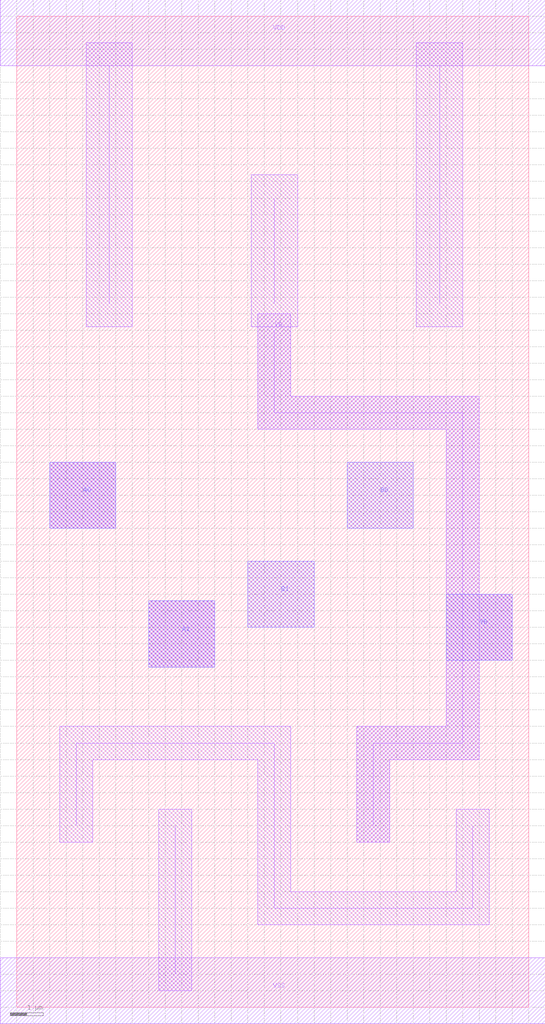
<source format=lef>
VERSION 5.5 ;
NAMESCASESENSITIVE ON ;
BUSBITCHARS "[]" ;
DIVIDERCHAR "/" ;

MACRO na222
  CLASS CORE ;
  SOURCE USER ;
  ORIGIN 0 0 ;
  SIZE 15.500 BY 30.000 ;
  SYMMETRY X Y ;
  SITE unit ;
 
  PIN A0
    USE SIGNAL ;
    PORT
      LAYER ML2 ;
        POLYGON 1.000 14.500  1.000 16.500  3.000 16.500  3.000 14.500  1.000 
        14.500  ;
    END
    PORT
      LAYER ML1 ;
        POLYGON 1.000 14.500  1.000 16.500  3.000 16.500  3.000 14.500  1.000 
        14.500  ;
    END
  END A0
  PIN A1
    USE SIGNAL ;
    PORT
      LAYER ML2 ;
        POLYGON 4.000 10.300  4.000 12.300  6.000 12.300  6.000 10.300  4.000 
        10.300  ;
    END
    PORT
      LAYER ML1 ;
        POLYGON 4.000 10.300  4.000 12.300  6.000 12.300  6.000 10.300  4.000 
        10.300  ;
    END
  END A1
  PIN B0
    USE SIGNAL ;
    PORT
      LAYER ML2 ;
        POLYGON 10.000 14.500  10.000 16.500  12.000 16.500  12.000 14.500  
        10.000 14.500  ;
    END
    PORT
      LAYER ML1 ;
        POLYGON 10.000 14.500  10.000 16.500  12.000 16.500  12.000 14.500  
        10.000 14.500  ;
    END
  END B0
  PIN B1
    USE SIGNAL ;
    PORT
      LAYER ML2 ;
        POLYGON 7.000 11.500  7.000 13.500  9.000 13.500  9.000 11.500  7.000 
        11.500  ;
    END
    PORT
      LAYER ML1 ;
        POLYGON 7.000 11.500  7.000 13.500  9.000 13.500  9.000 11.500  7.000 
        11.500  ;
    END
  END B1
  PIN VDD
    USE POWER ;
    PORT
      LAYER ML1 ;
        RECT -0.500 28.500  16.000 30.500  ;
    END
  END VDD
  PIN VSS
     USE GROUND ;
    PORT
      LAYER ML1 ;
        RECT -0.500 -0.500  16.000 1.500  ;
    END
  END VSS
  PIN YB
    USE SIGNAL ;
    PORT
      LAYER ML1 ;
        WIDTH 1.000  ;
        PATH 7.800 20.500 7.800 18.000 13.500 18.000 13.500 8.000 10.800 8.000 
        10.800 5.500  ;
    END
    PORT
      LAYER ML1 ;
        POLYGON 13.000 10.500  13.000 12.500  15.000 12.500  15.000 10.500  
        13.000 10.500  ;
    END
    PORT
      LAYER ML2 ;
        POLYGON 13.000 10.500  13.000 12.500  15.000 12.500  15.000 10.500  
        13.000 10.500  ;
    END
  END YB
  OBS

    LAYER ML1 ;
      POLYGON 4.000 10.300  4.000 12.300  6.000 12.300  6.000 10.300  4.000 
      10.300  ;
      POLYGON 1.000 14.500  1.000 16.500  3.000 16.500  3.000 14.500  1.000 
      14.500  ;
      POLYGON 13.000 10.500  13.000 12.500  15.000 12.500  15.000 10.500  
      13.000 10.500  ;
      WIDTH 1.000  ;
      PATH 13.800 5.500 13.800 3.000 7.800 3.000 7.800 8.000 1.800 8.000 1.800 
      5.500  ;
      WIDTH 1.000  ;
      PATH 4.800 1.000 4.800 5.500  ;
      WIDTH 1.400  ;
      PATH 2.800 21.300 2.800 28.500  ;

      WIDTH 1.000  ;
      PATH 7.800 20.500 7.800 18.000 13.500 18.000 13.500 8.000 10.800 8.000 
      10.800 5.500  ;
      WIDTH 1.400  ;
      PATH 12.800 21.300 12.800 28.500  ;
      WIDTH 1.400  ;
      PATH 7.800 21.300 7.800 24.500  ;

    VIA 1.800 5.500  dcont ;
    VIA 2.800 22.500  dcont ;
    VIA 2.800 20.500  dcont ;
    VIA 2.800 24.500  dcont ;
    VIA 4.800 5.500  dcont ;
    VIA 7.800 24.500  dcont ;
    VIA 7.800 22.500  dcont ;
    VIA 7.800 20.500  dcont ;
    VIA 7.800 5.500  dcont ;
    VIA 10.800 5.500  dcont ;
    VIA 12.800 20.500  dcont ;
    VIA 12.800 22.500  dcont ;
    VIA 12.800 24.500  dcont ;
    VIA 13.800 5.500  dcont ;
    VIA 11.000 15.500  pcont ;
    VIA 8.000 12.500  pcont ;
    VIA 10.200 29.500  nsubcont ;
    VIA 5.000 11.300  pcont ;
    VIA 2.000 15.500  pcont ;
    VIA 10.200 0.500  psubcont ;
  END
END na222

MACRO dcont
  CLASS CORE ;
  OBS
    LAYER ML1 ;
      RECT -1.000 -1.000  1.000 1.000  ;
  END
END dcont

MACRO pcont
  CLASS CORE ;
  OBS
    LAYER ML1 ;
      RECT -1.000 -1.000  1.000 1.000  ;
  END
END pcont

MACRO nsubcont
  CLASS CORE ;
  OBS
    LAYER ML1 ;
      RECT -1.000 -1.000  1.000 1.000  ;
  END
END nsubcont

MACRO psubcont
  CLASS CORE ;
  OBS
    LAYER ML1 ;
      RECT -1.000 -1.000  1.000 1.000  ;
  END
END psubcont


END LIBRARY

</source>
